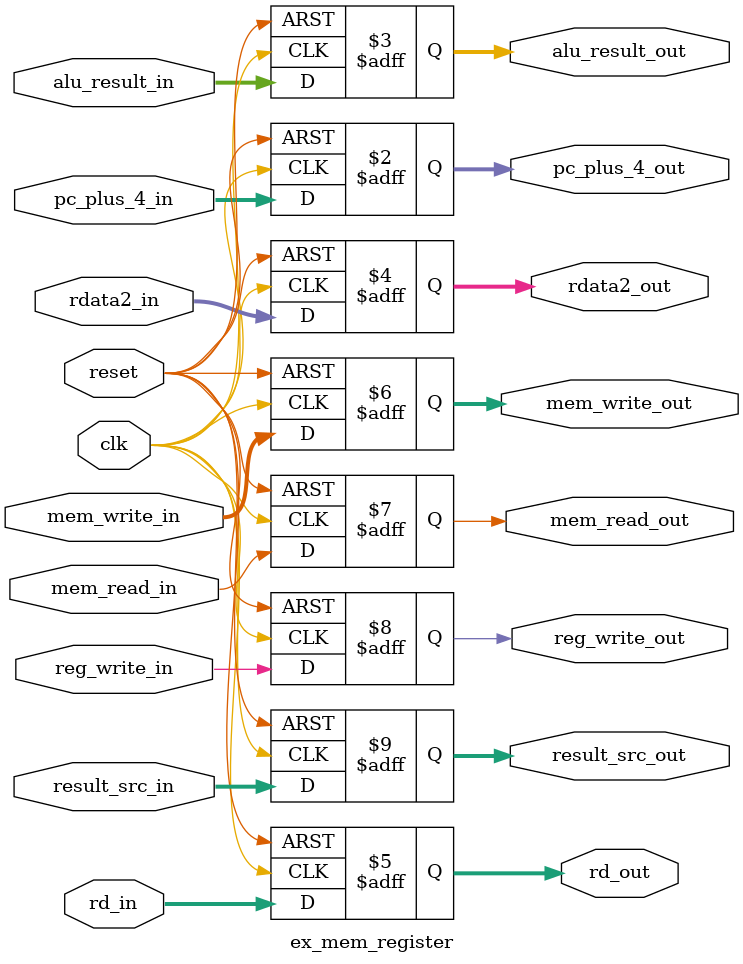
<source format=v>
module ex_mem_register (
    input wire clk,
    input wire reset,

    // Inputs from EX stage
    input wire [31:0] pc_plus_4_in,
    input wire [31:0] alu_result_in,
    input wire [31:0] rdata2_in,      // Data to be written to memory (for SW)
    input wire [4:0]  rd_in,          // Destination register address
    input wire [1:0]  mem_write_in,   // Memory write control (2-bit)
    input wire        mem_read_in,    // Memory read control
    input wire        reg_write_in,   // Register write enable
    input wire [1:0]  result_src_in,  // Source for write-back data

    // Outputs to MEM stage
    output reg [31:0] pc_plus_4_out,
    output reg [31:0] alu_result_out,
    output reg [31:0] rdata2_out,
    output reg [4:0]  rd_out,
    output reg [1:0]  mem_write_out,
    output reg        mem_read_out,
    output reg        reg_write_out,
    output reg [1:0]  result_src_out
);

   
    always @(posedge clk or posedge reset) begin 
        if (reset) begin
            pc_plus_4_out <= 32'b0;
            alu_result_out <= 32'b0;
            rdata2_out <= 32'b0;
            rd_out <= 5'b0;
            mem_write_out <= 2'b00;
            mem_read_out <= 1'b0;
            reg_write_out <= 1'b0;
            result_src_out <= 2'b00;
        end else begin
            pc_plus_4_out <= pc_plus_4_in;
            alu_result_out <= alu_result_in;
            rdata2_out <= rdata2_in;
            rd_out <= rd_in;
            mem_write_out <= mem_write_in;
            mem_read_out <= mem_read_in;
            reg_write_out <= reg_write_in;
            result_src_out <= result_src_in;
        end
    end

endmodule
</source>
